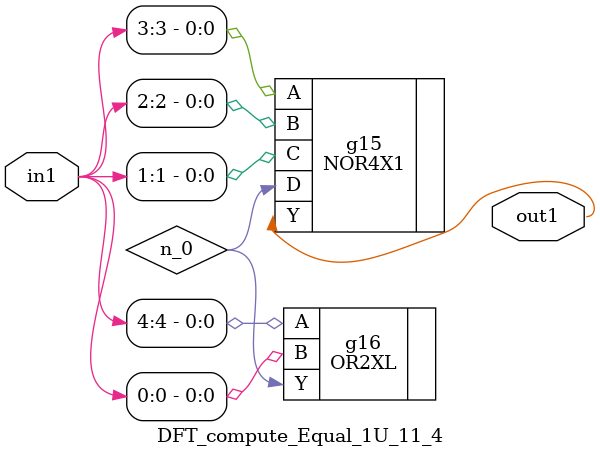
<source format=v>
`timescale 1ps / 1ps


module DFT_compute_Equal_1U_11_4(in1, out1);
  input [4:0] in1;
  output out1;
  wire [4:0] in1;
  wire out1;
  wire n_0;
  NOR4X1 g15(.A (in1[3]), .B (in1[2]), .C (in1[1]), .D (n_0), .Y
       (out1));
  OR2XL g16(.A (in1[4]), .B (in1[0]), .Y (n_0));
endmodule



</source>
